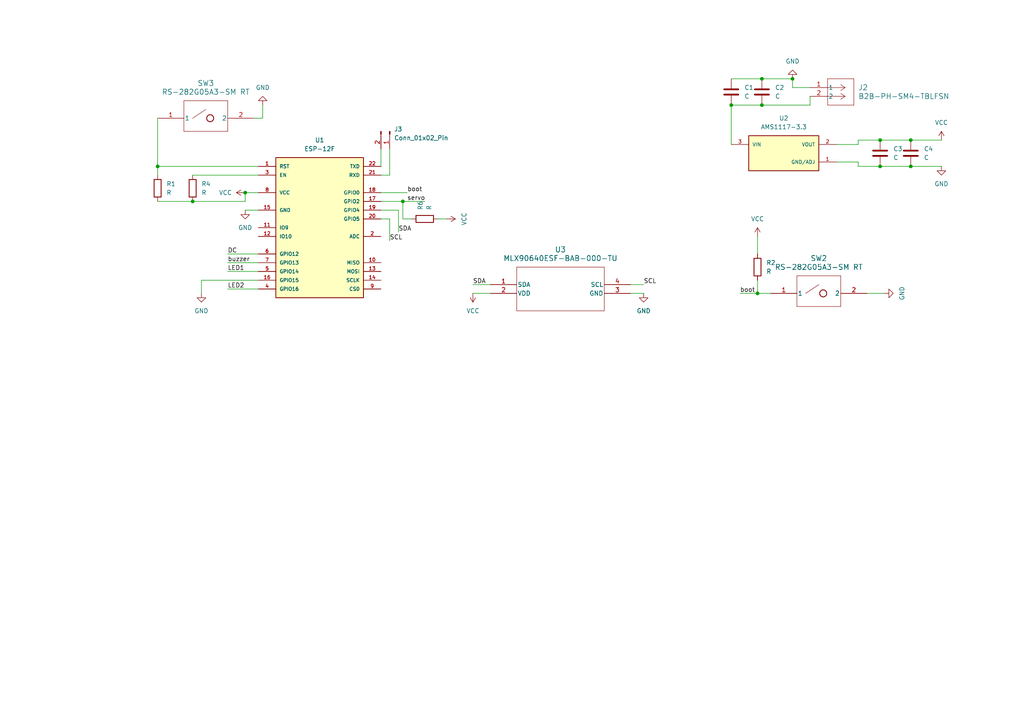
<source format=kicad_sch>
(kicad_sch (version 20230121) (generator eeschema)
  (paper "A4")
  (lib_symbols
    (symbol "Connector:Conn_01x02_Pin" (pin_names (offset 1.016) hide)
      (property "Reference" "J" (at 0 2.54 0))
      (property "Value" "Conn_01x02_Pin" (at 0 -5.08 0))
      (symbol "Conn_01x02_Pin_1_1"
        (polyline (pts (xy 1.27 -2.54) (xy 0.8636 -2.54)) (stroke (width 0.1524)))
        (polyline (pts (xy 1.27 0) (xy 0.8636 0)) (stroke (width 0.1524)))
        (rectangle (start 0.8636 -2.413) (end 0 -2.667) (stroke (width 0.1524)) (fill (type outline)))
        (rectangle (start 0.8636 0.127) (end 0 -0.127) (stroke (width 0.1524)) (fill (type outline)))
        (pin passive line (at 5.08 0 180) (length 3.81) (name "Pin_1") (number "1"))
        (pin passive line (at 5.08 -2.54 180) (length 3.81) (name "Pin_2") (number "2"))
      )
    )
    (symbol "Device:C" (pin_numbers hide) (pin_names (offset 0.254))
      (property "Reference" "C" (at 0.635 2.54 0))
      (property "Value" "C" (at 0.635 -2.54 0))
      (symbol "C_0_1"
        (polyline (pts (xy -2.032 -0.762) (xy 2.032 -0.762)) (stroke (width 0.508)))
        (polyline (pts (xy -2.032 0.762) (xy 2.032 0.762)) (stroke (width 0.508)))
      )
      (symbol "C_1_1"
        (pin passive line (at 0 3.81 270) (length 2.794) (name "~") (number "1"))
        (pin passive line (at 0 -3.81 90) (length 2.794) (name "~") (number "2"))
      )
    )
    (symbol "Device:R" (pin_numbers hide) (pin_names (offset 0))
      (property "Reference" "R" (at 2.032 0 90))
      (property "Value" "R" (at 0 0 90))
      (symbol "R_0_1"
        (rectangle (start -1.016 -2.54) (end 1.016 2.54) (stroke (width 0.254)))
      )
      (symbol "R_1_1"
        (pin passive line (at 0 3.81 270) (length 1.27) (name "~") (number "1"))
        (pin passive line (at 0 -3.81 90) (length 1.27) (name "~") (number "2"))
      )
    )
    (symbol "esp_example_symbols:AMS1117-3.3" (pin_names (offset 1.016))
      (property "Reference" "U" (at -10.16 5.588 0))
      (property "Value" "AMS1117-3.3" (at -10.16 -8.128 0))
      (symbol "AMS1117-3.3_0_0"
        (rectangle (start -10.16 -5.08) (end 10.16 5.08) (stroke (width 0.254)) (fill (type background)))
        (pin power_in line (at 15.24 -2.54 180) (length 5.08) (name "GND/ADJ") (number "1"))
        (pin output line (at 15.24 2.54 180) (length 5.08) (name "VOUT") (number "2"))
        (pin input line (at -15.24 2.54 0) (length 5.08) (name "VIN") (number "3"))
      )
    )
    (symbol "esp_example_symbols:B2B-PH-SM4-TBLFSN" (pin_names (offset 0.254))
      (property "Reference" "J" (at 8.89 6.35 0))
      (property "Value" "B2B-PH-SM4-TBLFSN" (at 0 0 0))
      (symbol "B2B-PH-SM4-TBLFSN_1_1"
        (polyline (pts (xy 5.08 -5.08) (xy 12.7 -5.08)) (stroke (width 0.127)))
        (polyline (pts (xy 5.08 2.54) (xy 5.08 -5.08)) (stroke (width 0.127)))
        (polyline (pts (xy 10.16 -2.54) (xy 5.08 -2.54)) (stroke (width 0.127)))
        (polyline (pts (xy 10.16 -2.54) (xy 8.89 -3.3867)) (stroke (width 0.127)))
        (polyline (pts (xy 10.16 -2.54) (xy 8.89 -1.6933)) (stroke (width 0.127)))
        (polyline (pts (xy 10.16 0) (xy 5.08 0)) (stroke (width 0.127)))
        (polyline (pts (xy 10.16 0) (xy 8.89 -0.8467)) (stroke (width 0.127)))
        (polyline (pts (xy 10.16 0) (xy 8.89 0.8467)) (stroke (width 0.127)))
        (polyline (pts (xy 12.7 -5.08) (xy 12.7 2.54)) (stroke (width 0.127)))
        (polyline (pts (xy 12.7 2.54) (xy 5.08 2.54)) (stroke (width 0.127)))
        (pin unspecified line (at 0 0 0) (length 5.08) (name "1") (number "1"))
        (pin unspecified line (at 0 -2.54 0) (length 5.08) (name "2") (number "2"))
      )
      (symbol "B2B-PH-SM4-TBLFSN_1_2"
        (polyline (pts (xy 5.08 -5.08) (xy 12.7 -5.08)) (stroke (width 0.127)))
        (polyline (pts (xy 5.08 2.54) (xy 5.08 -5.08)) (stroke (width 0.127)))
        (polyline (pts (xy 7.62 -2.54) (xy 5.08 -2.54)) (stroke (width 0.127)))
        (polyline (pts (xy 7.62 -2.54) (xy 8.89 -3.3867)) (stroke (width 0.127)))
        (polyline (pts (xy 7.62 -2.54) (xy 8.89 -1.6933)) (stroke (width 0.127)))
        (polyline (pts (xy 7.62 0) (xy 5.08 0)) (stroke (width 0.127)))
        (polyline (pts (xy 7.62 0) (xy 8.89 -0.8467)) (stroke (width 0.127)))
        (polyline (pts (xy 7.62 0) (xy 8.89 0.8467)) (stroke (width 0.127)))
        (polyline (pts (xy 12.7 -5.08) (xy 12.7 2.54)) (stroke (width 0.127)))
        (polyline (pts (xy 12.7 2.54) (xy 5.08 2.54)) (stroke (width 0.127)))
        (pin unspecified line (at 0 0 0) (length 5.08) (name "1") (number "1"))
        (pin unspecified line (at 0 -2.54 0) (length 5.08) (name "2") (number "2"))
      )
    )
    (symbol "esp_example_symbols:ESP-12F" (pin_names (offset 1.016))
      (property "Reference" "U" (at -12.7254 22.9057 0))
      (property "Value" "ESP-12F" (at -12.7237 -22.9026 0))
      (symbol "ESP-12F_0_0"
        (rectangle (start -12.7 20.32) (end 12.7 -20.32) (stroke (width 0.254)) (fill (type background)))
        (pin bidirectional line (at -17.78 17.78 0) (length 5.08) (name "RST") (number "1"))
        (pin bidirectional line (at 17.78 -10.16 180) (length 5.08) (name "MISO") (number "10"))
        (pin bidirectional line (at -17.78 0 0) (length 5.08) (name "IO9") (number "11"))
        (pin bidirectional line (at -17.78 -2.54 0) (length 5.08) (name "IO10") (number "12"))
        (pin bidirectional line (at 17.78 -12.7 180) (length 5.08) (name "MOSI") (number "13"))
        (pin bidirectional line (at 17.78 -15.24 180) (length 5.08) (name "SCLK") (number "14"))
        (pin bidirectional line (at -17.78 5.08 0) (length 5.08) (name "GND") (number "15"))
        (pin bidirectional line (at -17.78 -15.24 0) (length 5.08) (name "GPIO15") (number "16"))
        (pin bidirectional line (at 17.78 7.62 180) (length 5.08) (name "GPIO2") (number "17"))
        (pin bidirectional line (at 17.78 10.16 180) (length 5.08) (name "GPIO0") (number "18"))
        (pin bidirectional line (at 17.78 5.08 180) (length 5.08) (name "GPIO4") (number "19"))
        (pin bidirectional line (at 17.78 -2.54 180) (length 5.08) (name "ADC") (number "2"))
        (pin bidirectional line (at 17.78 2.54 180) (length 5.08) (name "GPIO5") (number "20"))
        (pin bidirectional line (at 17.78 15.24 180) (length 5.08) (name "RXD") (number "21"))
        (pin bidirectional line (at 17.78 17.78 180) (length 5.08) (name "TXD") (number "22"))
        (pin bidirectional line (at -17.78 15.24 0) (length 5.08) (name "EN") (number "3"))
        (pin bidirectional line (at -17.78 -17.78 0) (length 5.08) (name "GPIO16") (number "4"))
        (pin bidirectional line (at -17.78 -12.7 0) (length 5.08) (name "GPIO14") (number "5"))
        (pin bidirectional line (at -17.78 -7.62 0) (length 5.08) (name "GPIO12") (number "6"))
        (pin bidirectional line (at -17.78 -10.16 0) (length 5.08) (name "GPIO13") (number "7"))
        (pin bidirectional line (at -17.78 10.16 0) (length 5.08) (name "VCC") (number "8"))
        (pin bidirectional line (at 17.78 -17.78 180) (length 5.08) (name "CS0") (number "9"))
      )
    )
    (symbol "esp_example_symbols:MLX90640ESF-BAB-000-TU" (pin_names (offset 0.254))
      (property "Reference" "U" (at 20.32 10.16 0))
      (property "Value" "MLX90640ESF-BAB-000-TU" (at 20.32 7.62 0))
      (symbol "MLX90640ESF-BAB-000-TU_0_1"
        (polyline (pts (xy 7.62 -7.62) (xy 33.02 -7.62)) (stroke (width 0.127)))
        (polyline (pts (xy 7.62 5.08) (xy 7.62 -7.62)) (stroke (width 0.127)))
        (polyline (pts (xy 33.02 -7.62) (xy 33.02 5.08)) (stroke (width 0.127)))
        (polyline (pts (xy 33.02 5.08) (xy 7.62 5.08)) (stroke (width 0.127)))
        (pin bidirectional line (at 0 0 0) (length 7.62) (name "SDA") (number "1"))
        (pin power_in line (at 0 -2.54 0) (length 7.62) (name "VDD") (number "2"))
        (pin power_out line (at 40.64 -2.54 180) (length 7.62) (name "GND") (number "3"))
        (pin input line (at 40.64 0 180) (length 7.62) (name "SCL") (number "4"))
      )
    )
    (symbol "esp_example_symbols:RS-282G05A3-SM_RT" (pin_names (offset 0.254))
      (property "Reference" "SW" (at 40.64 12.7 0))
      (property "Value" "RS-282G05A3-SM RT" (at 40.64 10.16 0))
      (symbol "RS-282G05A3-SM_RT_0_1"
        (polyline (pts (xy 50.8 -3.81) (xy 63.5 -3.81)) (stroke (width 0.127)))
        (polyline (pts (xy 50.8 5.08) (xy 50.8 -3.81)) (stroke (width 0.127)))
        (polyline (pts (xy 53.34 0) (xy 57.15 2.54)) (stroke (width 0.127)))
        (polyline (pts (xy 63.5 -3.81) (xy 63.5 5.08)) (stroke (width 0.127)))
        (polyline (pts (xy 63.5 5.08) (xy 50.8 5.08)) (stroke (width 0.127)))
        (circle (center 58.42 0) (radius 1.016) (stroke (width 0.254)))
        (pin unspecified line (at 43.18 0 0) (length 7.62) (name "1") (number "1"))
        (pin unspecified line (at 71.12 0 180) (length 7.62) (name "2") (number "2"))
      )
    )
    (symbol "power:GND" (power) (pin_names (offset 0))
      (property "Value" "GND" (at 0 -3.81 0))
      (symbol "GND_0_1"
        (polyline (pts (xy 0 0) (xy 0 -1.27) (xy 1.27 -1.27) (xy 0 -2.54) (xy -1.27 -1.27) (xy 0 -1.27)))
      )
      (symbol "GND_1_1"
        (pin power_in line (at 0 0 270) (length 0) hide (name "GND") (number "1"))
      )
    )
    (symbol "power:VCC" (power) (pin_names (offset 0))
      (property "Value" "VCC" (at 0 3.81 0))
      (symbol "VCC_0_1"
        (polyline (pts (xy -0.762 1.27) (xy 0 2.54)))
        (polyline (pts (xy 0 0) (xy 0 2.54)))
        (polyline (pts (xy 0 2.54) (xy 0.762 1.27)))
      )
      (symbol "VCC_1_1"
        (pin power_in line (at 0 0 90) (length 0) hide (name "VCC") (number "1"))
      )
    )
  )
  (junction (at 264.16 40.64))
  (junction (at 219.71 85.09))
  (junction (at 255.27 48.26))
  (junction (at 116.84 58.42))
  (junction (at 255.27 40.64))
  (junction (at 212.09 30.48))
  (junction (at 220.98 30.48))
  (junction (at 264.16 48.26))
  (junction (at 220.98 22.86))
  (junction (at 229.87 22.86))
  (junction (at 71.12 55.88))
  (junction (at 55.88 58.42))
  (junction (at 45.72 48.26))
  (wire (pts (xy 58.42 81.28) (xy 74.93 81.28)))
  (wire (pts (xy 127 63.5) (xy 129.54 63.5)))
  (wire (pts (xy 255.27 40.64) (xy 248.92 40.64)))
  (wire (pts (xy 242.57 46.99) (xy 248.92 46.99)))
  (wire (pts (xy 116.84 63.5) (xy 119.38 63.5)))
  (wire (pts (xy 71.12 58.42) (xy 71.12 55.88)))
  (wire (pts (xy 113.03 50.8) (xy 110.49 50.8)))
  (wire (pts (xy 219.71 85.09) (xy 223.52 85.09)))
  (wire (pts (xy 229.87 25.4) (xy 234.95 25.4)))
  (wire (pts (xy 273.05 48.26) (xy 264.16 48.26)))
  (wire (pts (xy 66.04 76.2) (xy 74.93 76.2)))
  (wire (pts (xy 248.92 48.26) (xy 255.27 48.26)))
  (wire (pts (xy 214.63 85.09) (xy 219.71 85.09)))
  (wire (pts (xy 182.88 85.09) (xy 186.69 85.09)))
  (wire (pts (xy 212.09 22.86) (xy 220.98 22.86)))
  (wire (pts (xy 219.71 85.09) (xy 219.71 81.28)))
  (wire (pts (xy 71.12 60.96) (xy 74.93 60.96)))
  (wire (pts (xy 55.88 58.42) (xy 71.12 58.42)))
  (wire (pts (xy 234.95 30.48) (xy 234.95 27.94)))
  (wire (pts (xy 66.04 83.82) (xy 74.93 83.82)))
  (wire (pts (xy 66.04 78.74) (xy 74.93 78.74)))
  (wire (pts (xy 45.72 48.26) (xy 45.72 50.8)))
  (wire (pts (xy 110.49 63.5) (xy 113.03 63.5)))
  (wire (pts (xy 110.49 58.42) (xy 116.84 58.42)))
  (wire (pts (xy 229.87 22.86) (xy 229.87 25.4)))
  (wire (pts (xy 76.2 30.48) (xy 76.2 34.29)))
  (wire (pts (xy 58.42 85.09) (xy 58.42 81.28)))
  (wire (pts (xy 110.49 43.18) (xy 110.49 48.26)))
  (wire (pts (xy 45.72 34.29) (xy 45.72 48.26)))
  (wire (pts (xy 66.04 73.66) (xy 74.93 73.66)))
  (wire (pts (xy 137.16 82.55) (xy 142.24 82.55)))
  (wire (pts (xy 212.09 30.48) (xy 212.09 41.91)))
  (wire (pts (xy 248.92 48.26) (xy 248.92 46.99)))
  (wire (pts (xy 219.71 68.58) (xy 219.71 73.66)))
  (wire (pts (xy 113.03 43.18) (xy 113.03 50.8)))
  (wire (pts (xy 113.03 63.5) (xy 113.03 69.85)))
  (wire (pts (xy 248.92 40.64) (xy 248.92 41.91)))
  (wire (pts (xy 55.88 50.8) (xy 74.93 50.8)))
  (wire (pts (xy 71.12 55.88) (xy 74.93 55.88)))
  (wire (pts (xy 137.16 85.09) (xy 142.24 85.09)))
  (wire (pts (xy 251.46 85.09) (xy 256.54 85.09)))
  (wire (pts (xy 110.49 55.88) (xy 118.11 55.88)))
  (wire (pts (xy 45.72 58.42) (xy 55.88 58.42)))
  (wire (pts (xy 116.84 58.42) (xy 123.19 58.42)))
  (wire (pts (xy 242.57 41.91) (xy 248.92 41.91)))
  (wire (pts (xy 220.98 22.86) (xy 229.87 22.86)))
  (wire (pts (xy 182.88 82.55) (xy 186.69 82.55)))
  (wire (pts (xy 273.05 40.64) (xy 264.16 40.64)))
  (wire (pts (xy 74.93 48.26) (xy 45.72 48.26)))
  (wire (pts (xy 220.98 30.48) (xy 234.95 30.48)))
  (wire (pts (xy 115.57 60.96) (xy 115.57 67.31)))
  (wire (pts (xy 212.09 30.48) (xy 220.98 30.48)))
  (wire (pts (xy 116.84 58.42) (xy 116.84 63.5)))
  (wire (pts (xy 110.49 60.96) (xy 115.57 60.96)))
  (wire (pts (xy 264.16 48.26) (xy 255.27 48.26)))
  (wire (pts (xy 255.27 40.64) (xy 264.16 40.64)))
  (wire (pts (xy 76.2 34.29) (xy 73.66 34.29)))
  (label "LED1" (at 66.04 78.74 0))
  (label "boot" (at 214.63 85.09 0))
  (label "SCL" (at 186.69 82.55 0))
  (label "SDA" (at 115.57 67.31 0))
  (label "buzzer" (at 66.04 76.2 0))
  (label "LED2" (at 66.04 83.82 0))
  (label "DC" (at 66.04 73.66 0))
  (label "SDA" (at 137.16 82.55 0))
  (label "servo" (at 118.11 58.42 0))
  (label "SCL" (at 113.03 69.85 0))
  (label "boot" (at 118.11 55.88 0))
  (symbol (lib_id "power:GND") (at 256.54 85.09 90) (unit 1)
    (property "Reference" "#PWR09" (effects hide))
    (property "Value" "GND" (at 261.62 85.09 0))
  )
  (symbol (lib_id "esp_example_symbols:B2B-PH-SM4-TBLFSN") (at 234.95 25.4 0) (unit 1)
    (property "Reference" "J2" (at 248.92 25.4 0) (effects (font (size 1.524 1.524)) (justify left)))
    (property "Value" "B2B-PH-SM4-TBLFSN" (at 248.92 27.94 0) (effects (font (size 1.524 1.524)) (justify left)))
    (property "Footprint" "esp_lib:CONN_B2B-PH-SM4-TBLFSN_JST" (effects hide))
    (property "Datasheet" "B2B-PH-SM4-TBLFSN" (effects hide))
  )
  (symbol (lib_id "power:GND") (at 273.05 48.26 0) (unit 1)
    (property "Reference" "#PWR04" (effects hide))
    (property "Value" "GND" (at 273.05 53.34 0))
  )
  (symbol (lib_id "esp_example_symbols:ESP-12F") (at 92.71 66.04 0) (unit 1)
    (property "Reference" "U1" (at 92.71 40.64 0))
    (property "Value" "ESP-12F" (at 92.71 43.18 0))
    (property "Footprint" "esp_lib:ESP-12F" (effects hide))
    (property "MF" "AI-Thinker" (effects hide))
    (property "Description" "\nWiFi Module\n" (effects hide))
    (property "Package" "Package" (effects hide))
    (property "Price" "None" (effects hide))
    (property "SnapEDA_Link" "https://www.snapeda.com/parts/ESP-12F/AI-Thinker/view-part/?ref=snap" (effects hide))
    (property "MP" "ESP-12F" (effects hide))
    (property "Availability" "Not in stock" (effects hide))
    (property "Check_prices" "https://www.snapeda.com/parts/ESP-12F/AI-Thinker/view-part/?ref=eda" (effects hide))
  )
  (symbol (lib_id "power:GND") (at 229.87 22.86 180) (unit 1)
    (property "Reference" "#PWR07" (effects hide))
    (property "Value" "GND" (at 229.87 17.78 0))
  )
  (symbol (lib_id "esp_example_symbols:AMS1117-3.3") (at 227.33 44.45 0) (unit 1)
    (property "Reference" "U2" (at 227.33 34.29 0))
    (property "Value" "AMS1117-3.3" (at 227.33 36.83 0))
    (property "Footprint" "esp_lib:SOT229P700X180-4N" (effects hide))
    (property "SnapEDA_Link" "https://www.snapeda.com/parts/AMS1117-3.3/Umwelt+Sensor+Teknik/view-part/?ref=snap" (effects hide))
    (property "Description" "\nLinear Voltage Regulator IC Positive Fixed 1 Output 1A SOT-223-3L\n" (effects hide))
    (property "Package" "None" (effects hide))
    (property "Price" "None" (effects hide))
    (property "MF" "UMW" (effects hide))
    (property "MP" "AMS1117-3.3" (effects hide))
    (property "Availability" "In Stock" (effects hide))
    (property "Check_prices" "https://www.snapeda.com/parts/AMS1117-3.3/Umwelt+Sensor+Teknik/view-part/?ref=eda" (effects hide))
  )
  (symbol (lib_id "Device:R") (at 45.72 54.61 0) (unit 1)
    (property "Reference" "R1" (at 48.26 53.34 0) (effects (justify left)))
    (property "Value" "R" (at 48.26 55.88 0) (effects (justify left)))
    (property "Footprint" "Resistor_SMD:R_0805_2012Metric" (effects hide))
  )
  (symbol (lib_id "esp_example_symbols:RS-282G05A3-SM_RT") (at 180.34 85.09 0) (unit 1)
    (property "Reference" "SW2" (at 237.49 74.93 0) (effects (font (size 1.524 1.524))))
    (property "Value" "RS-282G05A3-SM RT" (at 237.49 77.47 0) (effects (font (size 1.524 1.524))))
    (property "Footprint" "esp_lib:RS-282G05A3-SM RT_CNK" (effects hide))
    (property "Datasheet" "RS-282G05A3-SM RT" (effects hide))
  )
  (symbol (lib_id "Device:C") (at 220.98 26.67 0) (unit 1)
    (property "Reference" "C2" (at 224.79 25.4 0) (effects (justify left)))
    (property "Value" "C" (at 224.79 27.94 0) (effects (justify left)))
    (property "Footprint" "Capacitor_SMD:C_0805_2012Metric" (effects hide))
  )
  (symbol (lib_id "Device:R") (at 123.19 63.5 90) (unit 1)
    (property "Reference" "R6" (at 121.92 60.96 0) (effects (justify left)))
    (property "Value" "R" (at 124.46 60.96 0) (effects (justify left)))
    (property "Footprint" "Resistor_SMD:R_0805_2012Metric" (effects hide))
  )
  (symbol (lib_id "power:GND") (at 186.69 85.09 0) (unit 1)
    (property "Reference" "#PWR06" (effects hide))
    (property "Value" "GND" (at 186.69 90.17 0))
  )
  (symbol (lib_id "Device:C") (at 212.09 26.67 0) (unit 1)
    (property "Reference" "C1" (at 215.9 25.4 0) (effects (justify left)))
    (property "Value" "C" (at 215.9 27.94 0) (effects (justify left)))
    (property "Footprint" "Capacitor_SMD:C_0805_2012Metric" (effects hide))
  )
  (symbol (lib_id "power:VCC") (at 137.16 85.09 180) (unit 1)
    (property "Reference" "#PWR05" (effects hide))
    (property "Value" "VCC" (at 137.16 90.17 0))
  )
  (symbol (lib_id "power:GND") (at 58.42 85.09 0) (unit 1)
    (property "Reference" "#PWR015" (effects hide))
    (property "Value" "GND" (at 58.42 90.17 0))
  )
  (symbol (lib_id "power:VCC") (at 273.05 40.64 0) (unit 1)
    (property "Reference" "#PWR01" (effects hide))
    (property "Value" "VCC" (at 273.05 35.56 0))
  )
  (symbol (lib_id "power:GND") (at 76.2 30.48 180) (unit 1)
    (property "Reference" "#PWR010" (effects hide))
    (property "Value" "GND" (at 76.2 25.4 0))
  )
  (symbol (lib_id "Device:R") (at 219.71 77.47 0) (unit 1)
    (property "Reference" "R2" (at 222.25 76.2 0) (effects (justify left)))
    (property "Value" "R" (at 222.25 78.74 0) (effects (justify left)))
    (property "Footprint" "Resistor_SMD:R_0805_2012Metric" (effects hide))
  )
  (symbol (lib_id "power:VCC") (at 71.12 55.88 90) (unit 1)
    (property "Reference" "#PWR02" (effects hide))
    (property "Value" "VCC" (at 67.31 55.88 90) (effects (justify left)))
  )
  (symbol (lib_id "power:GND") (at 71.12 60.96 0) (unit 1)
    (property "Reference" "#PWR03" (effects hide))
    (property "Value" "GND" (at 71.12 66.04 0))
  )
  (symbol (lib_id "power:VCC") (at 219.71 68.58 0) (unit 1)
    (property "Reference" "#PWR08" (effects hide))
    (property "Value" "VCC" (at 219.71 63.5 0))
  )
  (symbol (lib_id "esp_example_symbols:MLX90640ESF-BAB-000-TU") (at 142.24 82.55 0) (unit 1)
    (property "Reference" "U3" (at 162.56 72.39 0) (effects (font (size 1.524 1.524))))
    (property "Value" "MLX90640ESF-BAB-000-TU" (at 162.56 74.93 0) (effects (font (size 1.524 1.524))))
    (property "Footprint" "FOV55d_MEL" (effects hide))
    (property "Datasheet" "MLX90640ESF-BAB-000-TU" (effects hide))
  )
  (symbol (lib_id "Device:R") (at 55.88 54.61 0) (unit 1)
    (property "Reference" "R4" (at 58.42 53.34 0) (effects (justify left)))
    (property "Value" "R" (at 58.42 55.88 0) (effects (justify left)))
    (property "Footprint" "Resistor_SMD:R_0805_2012Metric" (effects hide))
  )
  (symbol (lib_id "Device:C") (at 264.16 44.45 0) (unit 1)
    (property "Reference" "C4" (at 267.97 43.18 0) (effects (justify left)))
    (property "Value" "C" (at 267.97 45.72 0) (effects (justify left)))
    (property "Footprint" "Capacitor_SMD:C_0805_2012Metric" (effects hide))
  )
  (symbol (lib_id "power:VCC") (at 129.54 63.5 270) (unit 1)
    (property "Reference" "#PWR016" (effects hide))
    (property "Value" "VCC" (at 134.62 63.5 0))
  )
  (symbol (lib_id "Device:C") (at 255.27 44.45 0) (unit 1)
    (property "Reference" "C3" (at 259.08 43.18 0) (effects (justify left)))
    (property "Value" "C" (at 259.08 45.72 0) (effects (justify left)))
    (property "Footprint" "Capacitor_SMD:C_0805_2012Metric" (effects hide))
  )
  (symbol (lib_id "Connector:Conn_01x02_Pin") (at 113.03 38.1 270) (unit 1)
    (property "Reference" "J3" (at 114.3 37.465 90) (effects (justify left)))
    (property "Value" "Conn_01x02_Pin" (at 114.3 40.005 90) (effects (justify left)))
    (property "Footprint" "Connector_PinHeader_2.54mm:PinHeader_1x02_P2.54mm_Vertical" (effects hide))
  )
  (symbol (lib_id "esp_example_symbols:RS-282G05A3-SM_RT") (at 2.54 34.29 0) (unit 1)
    (property "Reference" "SW3" (at 59.69 24.13 0) (effects (font (size 1.524 1.524))))
    (property "Value" "RS-282G05A3-SM RT" (at 59.69 26.67 0) (effects (font (size 1.524 1.524))))
    (property "Footprint" "esp_lib:RS-282G05A3-SM RT_CNK" (effects hide))
    (property "Datasheet" "RS-282G05A3-SM RT" (effects hide))
  )
)
</source>
